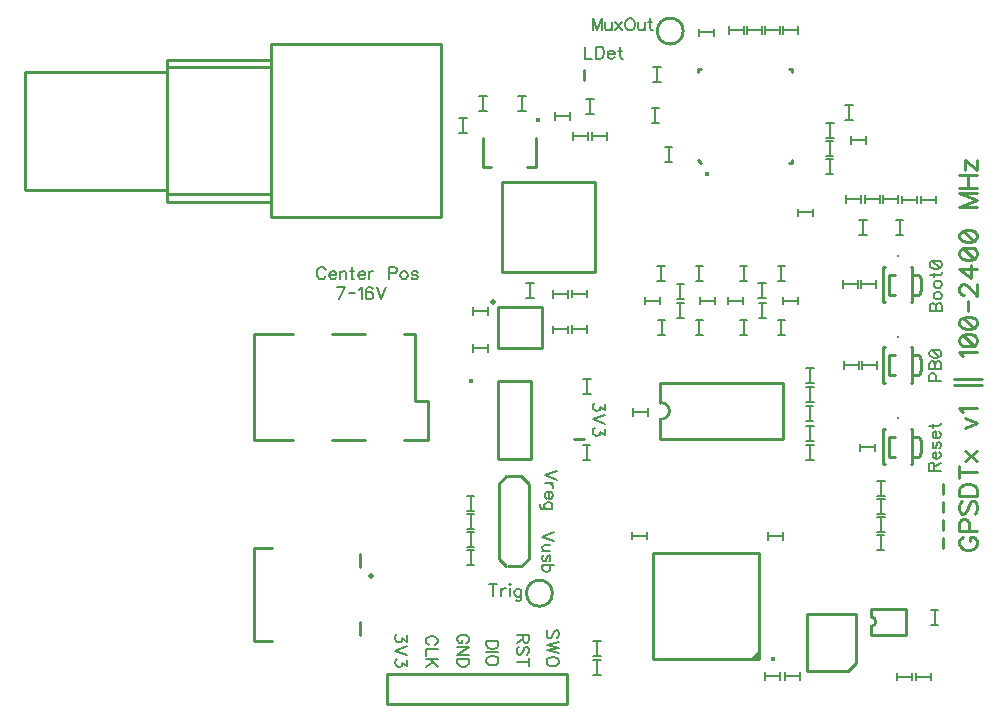
<source format=gto>
G04 DipTrace 3.0.0.2*
G04 SDR_Transmitter.GTO*
%MOIN*%
G04 #@! TF.FileFunction,Legend,Top*
G04 #@! TF.Part,Single*
%ADD10C,0.009843*%
%ADD15C,0.011811*%
%ADD17C,0.008*%
%ADD26C,0.019701*%
%ADD41C,0.018742*%
%ADD44C,0.015713*%
%ADD46C,0.015431*%
%ADD49C,0.015749*%
%ADD53C,0.015401*%
%ADD120C,0.006176*%
%ADD121C,0.009264*%
%FSLAX26Y26*%
G04*
G70*
G90*
G75*
G01*
G04 TopSilk*
%LPD*%
X867013Y1386999D2*
D17*
X842016D1*
X867013Y1437001D2*
X842016D1*
X854504Y1386999D2*
Y1437001D1*
X664999Y1331995D2*
Y1356992D1*
X715001Y1331995D2*
Y1356992D1*
X664999Y1344504D2*
X715001D1*
X1043001Y1415013D2*
Y1390016D1*
X992999Y1415013D2*
Y1390016D1*
X1043001Y1402504D2*
X992999D1*
X1774987Y1091001D2*
X1799984D1*
X1774987Y1040999D2*
X1799984D1*
X1787496Y1091001D2*
Y1040999D1*
X1247001Y1021013D2*
Y996016D1*
X1196999Y1021013D2*
Y996016D1*
X1247001Y1008504D2*
X1196999D1*
X1774987Y963001D2*
X1799984D1*
X1774987Y912999D2*
X1799984D1*
X1787496Y963001D2*
Y912999D1*
X1774987Y1155001D2*
X1799984D1*
X1774987Y1104999D2*
X1799984D1*
X1787496Y1155001D2*
Y1104999D1*
X669013Y678999D2*
X644016D1*
X669013Y729001D2*
X644016D1*
X656504Y678999D2*
Y729001D1*
X669013Y618999D2*
X644016D1*
X669013Y669001D2*
X644016D1*
X656504Y618999D2*
Y669001D1*
X668997Y559254D2*
X644000D1*
X668997Y609255D2*
X644000D1*
X656488Y559254D2*
Y609255D1*
X669013Y498999D2*
X644016D1*
X669013Y549001D2*
X644016D1*
X656504Y498999D2*
Y549001D1*
X1774987Y899001D2*
X1799984D1*
X1774987Y848999D2*
X1799984D1*
X1787496Y899001D2*
Y848999D1*
X1091013Y130999D2*
X1066016D1*
X1091013Y181001D2*
X1066016D1*
X1078504Y130999D2*
Y181001D1*
X1753001Y141013D2*
Y116016D1*
X1702999Y141013D2*
Y116016D1*
X1753001Y128504D2*
X1702999D1*
X1689001Y141011D2*
Y116014D1*
X1638999Y141011D2*
Y116014D1*
X1689001Y128503D2*
X1638999D1*
X1646999Y582989D2*
Y607986D1*
X1697001Y582989D2*
Y607986D1*
X1646999Y595497D2*
X1697001D1*
X2190987Y349001D2*
X2215984D1*
X2190987Y298999D2*
X2215984D1*
X2203496Y349001D2*
Y298999D1*
X2008505Y1447509D2*
Y1422512D1*
X1958503Y1447509D2*
Y1422512D1*
X2008505Y1435000D2*
X1958503D1*
X2003001Y903013D2*
Y878016D1*
X1952999Y903013D2*
Y878016D1*
X2003001Y890504D2*
X1952999D1*
X2010001Y1152995D2*
Y1177992D1*
X1959999Y1152995D2*
Y1177992D1*
X2010001Y1165504D2*
X1959999D1*
X1243001Y609011D2*
Y584014D1*
X1192999Y609011D2*
Y584014D1*
X1243001Y596503D2*
X1192999D1*
X1091011Y194999D2*
X1066014D1*
X1091011Y245001D2*
X1066014D1*
X1078503Y194999D2*
Y245001D1*
X1696999Y2268956D2*
Y2293953D1*
X1747001Y2268956D2*
Y2293953D1*
X1696999Y2281465D2*
X1747001D1*
X1840987Y1911001D2*
X1865984D1*
X1840987Y1860999D2*
X1865984D1*
X1853496Y1911001D2*
Y1860999D1*
X1959001Y1731013D2*
Y1706016D1*
X1908999Y1731013D2*
Y1706016D1*
X1959001Y1718504D2*
X1908999D1*
X2099013Y1598999D2*
X2074016D1*
X2099013Y1649001D2*
X2074016D1*
X2086504Y1598999D2*
Y1649001D1*
X1030987Y897001D2*
X1055984D1*
X1030987Y846999D2*
X1055984D1*
X1043496Y897001D2*
Y846999D1*
X2207001Y1729013D2*
Y1704016D1*
X2156999Y1729013D2*
Y1704016D1*
X2207001Y1716504D2*
X2156999D1*
X2021001Y1731013D2*
Y1706016D1*
X1970999Y1731013D2*
Y1706016D1*
X2021001Y1718504D2*
X1970999D1*
X1840987Y1851001D2*
X1865984D1*
X1840987Y1800999D2*
X1865984D1*
X1853496Y1851001D2*
Y1800999D1*
X1418999Y2260956D2*
Y2285953D1*
X1469001Y2260956D2*
Y2285953D1*
X1418999Y2273465D2*
X1469001D1*
X1329044Y1840999D2*
X1304047D1*
X1329044Y1891001D2*
X1304047D1*
X1316535Y1840999D2*
Y1891001D1*
X1343090Y1372969D2*
X1368087D1*
X1343090Y1322968D2*
X1368087D1*
X1355598Y1372969D2*
Y1322968D1*
X1342987Y1435001D2*
X1367984D1*
X1342987Y1384999D2*
X1367984D1*
X1355496Y1435001D2*
Y1384999D1*
X1931013Y2033001D2*
X1906016D1*
X1931013Y1982999D2*
X1906016D1*
X1918504Y2033001D2*
Y1982999D1*
X1867013Y1971001D2*
X1842016D1*
X1867013Y1920999D2*
X1842016D1*
X1854504Y1971001D2*
Y1920999D1*
X815558Y2060816D2*
X840555D1*
X815558Y2010814D2*
X840555D1*
X828067Y2060816D2*
Y2010814D1*
X1285013Y1972999D2*
X1260016D1*
X1285013Y2023001D2*
X1260016D1*
X1272504Y1972999D2*
Y2023001D1*
X987001Y1981696D2*
Y2006693D1*
X936999Y1981696D2*
Y2006693D1*
X987001Y1994205D2*
X936999D1*
X643646Y1936814D2*
X618650D1*
X643646Y1986816D2*
X618650D1*
X631138Y1936814D2*
Y1986816D1*
X1636999Y2268956D2*
Y2293953D1*
X1687001Y2268956D2*
Y2293953D1*
X1636999Y2281465D2*
X1687001D1*
X1576999Y2268956D2*
Y2293953D1*
X1627001Y2268956D2*
Y2293953D1*
X1576999Y2281465D2*
X1627001D1*
X1516999Y2268956D2*
Y2293953D1*
X1567001Y2268956D2*
Y2293953D1*
X1516999Y2281465D2*
X1567001D1*
X1642044Y1322999D2*
X1617047D1*
X1642044Y1373001D2*
X1617047D1*
X1629535Y1322999D2*
Y1373001D1*
X1641013Y1386999D2*
X1616016D1*
X1641013Y1437001D2*
X1616016D1*
X1628504Y1386999D2*
Y1437001D1*
X2231465Y587748D2*
D10*
Y556252D1*
Y647748D2*
Y616252D1*
Y707748D2*
Y676252D1*
Y767748D2*
Y736252D1*
X1033748Y918535D2*
X1002252D1*
X1034535Y2116252D2*
Y2147748D1*
X842693Y404000D2*
G02X842693Y404000I43307J0D01*
G01*
X-65819Y553543D2*
Y246457D1*
X288512Y535835D2*
Y490539D1*
Y309461D2*
Y264165D1*
D26*
X323937Y462978D3*
X-65819Y553543D2*
D10*
X-6757D1*
X-65819Y246457D2*
X-6757D1*
X472534Y1269172D2*
Y1044732D1*
Y1269172D2*
X435126D1*
X515827Y914828D2*
X435126D1*
X305189Y1269172D2*
X194946D1*
X305189Y914828D2*
X194946D1*
X65068Y1269172D2*
X-66850D1*
Y914828D1*
X-62888D2*
X65068D1*
X472534Y1044732D2*
X515827D1*
Y914828D1*
X820000Y494000D2*
X780000D1*
X820000Y794000D2*
X780000D1*
X750000Y518900D2*
Y769100D1*
X850000Y518900D2*
Y769100D1*
X825000Y494000D2*
X850000Y518900D1*
X775000Y494000D2*
X750000Y518900D1*
Y769100D2*
X775000Y794000D1*
X850000Y769100D2*
X825000Y794000D1*
X378000Y34000D2*
X978000D1*
X378000Y134000D2*
X978000D1*
X378000Y34000D2*
Y134000D1*
X978000Y34000D2*
Y134000D1*
X-9993Y1657000D2*
X557859D1*
Y2234583D1*
X-9993D1*
Y1657000D1*
X-827145Y1749124D2*
X-354997D1*
Y2142863D1*
X-827145D1*
Y1749124D1*
X-351812Y1733992D2*
X-9993D1*
X-354859Y1709791D2*
X-9993D1*
Y2182196D1*
X-354859D1*
Y1709791D1*
X-351812Y2157995D2*
X-9993D1*
X1072770Y1774000D2*
X760270D1*
Y1474000D1*
X1072770D1*
Y1774000D1*
X1289000Y1366998D2*
D17*
Y1391994D1*
X1239000Y1366998D2*
Y1391994D1*
Y1379496D2*
X1289000D1*
X1471000Y1366998D2*
Y1391994D1*
X1421000Y1366998D2*
Y1391994D1*
Y1379496D2*
X1471000D1*
X1747000Y1366998D2*
Y1391994D1*
X1697000Y1366998D2*
Y1391994D1*
Y1379496D2*
X1747000D1*
X1563000Y1366998D2*
Y1391994D1*
X1513000Y1366998D2*
Y1391994D1*
Y1379496D2*
X1563000D1*
X1278693Y2278000D2*
D10*
G02X1278693Y2278000I43307J0D01*
G01*
X715000Y1208966D2*
D17*
Y1233963D1*
X665000Y1208966D2*
Y1233963D1*
Y1221465D2*
X715000D1*
X931000Y1413994D2*
Y1388998D1*
X981000Y1413994D2*
Y1388998D1*
Y1401496D2*
X931000D1*
Y1295994D2*
Y1270998D1*
X981000Y1295994D2*
Y1270998D1*
Y1283496D2*
X931000D1*
X993000Y1297002D2*
Y1272006D1*
X1043000Y1297002D2*
Y1272006D1*
Y1284504D2*
X993000D1*
X1799002Y1027000D2*
X1774006D1*
X1799002Y977000D2*
X1774006D1*
X1786504D2*
Y1027000D1*
X2140496Y138498D2*
Y113502D1*
X2190496Y138498D2*
Y113502D1*
Y126000D2*
X2140496D1*
X2077000Y139002D2*
Y114006D1*
X2127000Y139002D2*
Y114006D1*
Y126504D2*
X2077000D1*
X1948504Y1422502D2*
Y1447498D1*
X1898504Y1422502D2*
Y1447498D1*
Y1435000D2*
X1948504D1*
X2035963Y597000D2*
X2010966D1*
X2035963Y547000D2*
X2010966D1*
X2023465D2*
Y597000D1*
X2037002Y657000D2*
X2012006D1*
X2037002Y607000D2*
X2012006D1*
X2024504D2*
Y657000D1*
X2037034Y717000D2*
X2012037D1*
X2037034Y667000D2*
X2012037D1*
X2024535D2*
Y717000D1*
X2037034Y777000D2*
X2012037D1*
X2037034Y727000D2*
X2012037D1*
X2024535D2*
Y777000D1*
X1950000Y1178002D2*
Y1153006D1*
X1900000Y1178002D2*
Y1153006D1*
Y1165504D2*
X1950000D1*
X2095000Y1729002D2*
Y1704006D1*
X2145000Y1729002D2*
Y1704006D1*
Y1716504D2*
X2095000D1*
X2081000Y1704998D2*
Y1729994D1*
X2031000Y1704998D2*
Y1729994D1*
Y1717496D2*
X2081000D1*
X1057002Y1119000D2*
X1032006D1*
X1057002Y1069000D2*
X1032006D1*
X1044504D2*
Y1119000D1*
X1977002Y1649000D2*
X1952006D1*
X1977002Y1599000D2*
X1952006D1*
X1964504D2*
Y1649000D1*
X1280998Y1265000D2*
X1305994D1*
X1280998Y1315000D2*
X1305994D1*
X1293496D2*
Y1265000D1*
X1278998Y1445000D2*
X1303994D1*
X1278998Y1495000D2*
X1303994D1*
X1291496D2*
Y1445000D1*
X1406998Y1265000D2*
X1431994D1*
X1406998Y1315000D2*
X1431994D1*
X1419496D2*
Y1265000D1*
X1406998Y1445000D2*
X1431994D1*
X1406998Y1495000D2*
X1431994D1*
X1419496D2*
Y1445000D1*
X1923000Y1902998D2*
Y1927994D1*
X1973000Y1902998D2*
Y1927994D1*
Y1915496D2*
X1923000D1*
X685569Y2010815D2*
X710565D1*
X685569Y2060815D2*
X710565D1*
X698067D2*
Y2010815D1*
X1291002Y2159000D2*
X1266006D1*
X1291002Y2109000D2*
X1266006D1*
X1278504D2*
Y2159000D1*
X1067034Y2001740D2*
X1042037D1*
X1067034Y2051740D2*
X1042037D1*
X1054535D2*
Y2001740D1*
X1705231Y1315000D2*
X1680234D1*
X1705231Y1265000D2*
X1680234D1*
X1692732D2*
Y1315000D1*
X1705002Y1495000D2*
X1680006D1*
X1705002Y1445000D2*
X1680006D1*
X1692504D2*
Y1495000D1*
X1061000Y1915738D2*
Y1940735D1*
X1111000Y1915738D2*
Y1940735D1*
Y1928236D2*
X1061000D1*
X999000Y1915738D2*
Y1940735D1*
X1049000Y1915738D2*
Y1940735D1*
Y1928236D2*
X999000D1*
X1797000Y1660998D2*
Y1685994D1*
X1747000Y1660998D2*
Y1685994D1*
Y1673496D2*
X1797000D1*
X1579231Y1315000D2*
X1554234D1*
X1579231Y1265000D2*
X1554234D1*
X1566732D2*
Y1315000D1*
X1579002Y1495000D2*
X1554006D1*
X1579002Y1445000D2*
X1554006D1*
X1566504D2*
Y1495000D1*
X2050467Y1198539D2*
D10*
Y1131613D1*
X2030787Y1224156D2*
Y1106033D1*
X2129209Y1224156D2*
Y1106033D1*
X2050467Y1131613D2*
X2070158D1*
X2050467Y1198539D2*
X2070158D1*
X2030787Y1106033D2*
X2036699D1*
X2030787Y1224156D2*
X2036699D1*
X2129209Y1106033D2*
X2123310D1*
X2129209Y1224156D2*
X2123310D1*
X2129209Y1198539D2*
X2150871D1*
X2158740Y1182792D1*
Y1147379D1*
X2129209Y1131613D2*
X2150871D1*
X2158740Y1147379D1*
D15*
X2080004Y1259596D3*
X2050467Y1466539D2*
D10*
Y1399613D1*
X2030787Y1492156D2*
Y1374033D1*
X2129209Y1492156D2*
Y1374033D1*
X2050467Y1399613D2*
X2070158D1*
X2050467Y1466539D2*
X2070158D1*
X2030787Y1374033D2*
X2036699D1*
X2030787Y1492156D2*
X2036699D1*
X2129209Y1374033D2*
X2123310D1*
X2129209Y1492156D2*
X2123310D1*
X2129209Y1466539D2*
X2150871D1*
X2158740Y1450792D1*
Y1415379D1*
X2129209Y1399613D2*
X2150871D1*
X2158740Y1415379D1*
D15*
X2080004Y1527596D3*
X2050467Y926539D2*
D10*
Y859613D1*
X2030787Y952156D2*
Y834033D1*
X2129209Y952156D2*
Y834033D1*
X2050467Y859613D2*
X2070158D1*
X2050467Y926539D2*
X2070158D1*
X2030787Y834033D2*
X2036699D1*
X2030787Y952156D2*
X2036699D1*
X2129209Y834033D2*
X2123310D1*
X2129209Y952156D2*
X2123310D1*
X2129209Y926539D2*
X2150871D1*
X2158740Y910792D1*
Y875379D1*
X2129209Y859613D2*
X2150871D1*
X2158740Y875379D1*
D15*
X2080004Y987596D3*
X746295Y1359356D2*
D10*
X896287D1*
Y1221848D1*
X746295D1*
Y1359356D1*
D41*
X730659Y1374972D3*
X1287614Y917234D2*
D10*
X1697063D1*
X1287614Y1106238D2*
X1697063D1*
Y917234D2*
Y1106238D1*
X1287614Y917234D2*
Y984169D1*
Y1039304D2*
Y1106238D1*
Y984169D2*
G03X1287614Y1039304I3711J27568D01*
G01*
X1618780Y184449D2*
X1264402D1*
Y538827D1*
X1618780D1*
Y184449D1*
G36*
D2*
Y215976D1*
X1587252Y184449D1*
X1618780D1*
G37*
D44*
X1665994Y186419D3*
X1991457Y266151D2*
D10*
X2109574D1*
Y352786D2*
X1991457D1*
X2109574D2*
Y266151D1*
X1991457D2*
Y293713D1*
Y325224D2*
Y352786D1*
Y293713D2*
G03X1991457Y325224I-11J15756D01*
G01*
D46*
X657806Y1110329D3*
X747055Y1111369D2*
D10*
Y851539D1*
X857291Y1111369D2*
Y851539D1*
X747055D2*
X857291D1*
X747055Y1111369D2*
X857291D1*
X1719580Y1838000D2*
X1729441D1*
Y1847850D1*
X1414460Y2152962D2*
Y2143111D1*
Y2152962D2*
X1424320D1*
X1729441D2*
X1719580D1*
X1729441D2*
Y2143111D1*
X1424320Y1838000D2*
X1414460Y1847850D1*
D49*
X1444006Y1801586D3*
X873528Y1922617D2*
D10*
Y1824211D1*
X843988D1*
X725903D2*
X696362D1*
Y1922617D1*
D53*
X882625Y1981247D3*
X1777514Y145990D2*
D10*
Y333490D1*
X1927518D1*
X1940014D1*
Y170984D1*
X1915021Y145990D1*
X1777514D1*
X936049Y608093D2*
D120*
X895856Y592795D1*
X936048Y577496D1*
X922651Y565145D2*
X903506D1*
X897802Y563243D1*
X895856Y559397D1*
Y553649D1*
X897802Y549846D1*
X903506Y544098D1*
X922651D2*
X895856D1*
X916903Y510700D2*
X920750Y512601D1*
X922651Y518349D1*
Y524097D1*
X920750Y529845D1*
X916903Y531747D1*
X913101Y529845D1*
X911155Y525999D1*
X909254Y516448D1*
X907353Y512601D1*
X903506Y510700D1*
X901605D1*
X897802Y512601D1*
X895857Y518349D1*
Y524097D1*
X897802Y529845D1*
X901605Y531747D1*
X936048Y498349D2*
X895857D1*
X916903D2*
X920750Y494502D1*
X922651Y490699D1*
Y484951D1*
X920750Y481149D1*
X916903Y477302D1*
X911155Y475401D1*
X907353D1*
X901605Y477302D1*
X897802Y481149D1*
X895857Y484951D1*
Y490699D1*
X897802Y494502D1*
X901605Y498349D1*
X944178Y813232D2*
X903986Y797934D1*
X944178Y782635D1*
X930781Y770284D2*
X903986D1*
X919285D2*
X925033Y768338D1*
X928880Y764536D1*
X930781Y760689D1*
Y754941D1*
X919285Y742590D2*
Y719642D1*
X923132D1*
X926979Y721543D1*
X928880Y723444D1*
X930781Y727291D1*
Y733039D1*
X928880Y736841D1*
X925033Y740688D1*
X919285Y742590D1*
X915482D1*
X909734Y740688D1*
X905932Y736841D1*
X903986Y733039D1*
Y727291D1*
X905932Y723444D1*
X909734Y719642D1*
X928880Y684342D2*
X898238D1*
X892535Y686244D1*
X890589Y688145D1*
X888688Y691992D1*
Y697740D1*
X890589Y701542D1*
X923132Y684342D2*
X926934Y688145D1*
X928880Y691992D1*
Y697740D1*
X926934Y701542D1*
X923132Y705389D1*
X917384Y707290D1*
X913537D1*
X907833Y705389D1*
X903986Y701542D1*
X902085Y697740D1*
Y691992D1*
X903986Y688145D1*
X907833Y684342D1*
X2202582Y812854D2*
Y830054D1*
X2200637Y835802D1*
X2198736Y837748D1*
X2194933Y839649D1*
X2191086D1*
X2187284Y837748D1*
X2185338Y835802D1*
X2183437Y830054D1*
Y812854D1*
X2223629D1*
X2202582Y826252D2*
X2223629Y839649D1*
X2208330Y852000D2*
Y874948D1*
X2204484D1*
X2200637Y873047D1*
X2198736Y871146D1*
X2196834Y867299D1*
Y861551D1*
X2198736Y857748D1*
X2202582Y853902D1*
X2208330Y852000D1*
X2212133D1*
X2217881Y853902D1*
X2221684Y857748D1*
X2223629Y861551D1*
Y867299D1*
X2221684Y871146D1*
X2217881Y874948D1*
X2202582Y908346D2*
X2198736Y906445D1*
X2196834Y900697D1*
Y894949D1*
X2198736Y889201D1*
X2202582Y887300D1*
X2206385Y889201D1*
X2208330Y893048D1*
X2210232Y902598D1*
X2212133Y906445D1*
X2215980Y908346D1*
X2217881D1*
X2221684Y906445D1*
X2223629Y900697D1*
Y894949D1*
X2221684Y889201D1*
X2217881Y887300D1*
X2208330Y920698D2*
Y943646D1*
X2204484D1*
X2200637Y941744D1*
X2198736Y939843D1*
X2196834Y935996D1*
Y930248D1*
X2198736Y926446D1*
X2202582Y922599D1*
X2208330Y920698D1*
X2212133D1*
X2217881Y922599D1*
X2221684Y926446D1*
X2223629Y930248D1*
Y935996D1*
X2221684Y939843D1*
X2217881Y943646D1*
X2183437Y961745D2*
X2215980D1*
X2221684Y963646D1*
X2223629Y967493D1*
Y971296D1*
X2196834Y955997D2*
Y969394D1*
X2187437Y1344854D2*
X2227629D1*
Y1362098D1*
X2225684Y1367846D1*
X2223782Y1369748D1*
X2219980Y1371649D1*
X2214232D1*
X2210385Y1369748D1*
X2208484Y1367846D1*
X2206582Y1362098D1*
X2204637Y1367846D1*
X2202736Y1369748D1*
X2198933Y1371649D1*
X2195086D1*
X2191284Y1369748D1*
X2189338Y1367846D1*
X2187437Y1362098D1*
Y1344854D1*
X2206582D2*
Y1362098D1*
X2200834Y1393551D2*
X2202736Y1389748D1*
X2206582Y1385902D1*
X2212330Y1384000D1*
X2216133D1*
X2221881Y1385902D1*
X2225684Y1389748D1*
X2227629Y1393551D1*
Y1399299D1*
X2225684Y1403146D1*
X2221881Y1406948D1*
X2216133Y1408894D1*
X2212330D1*
X2206582Y1406948D1*
X2202736Y1403146D1*
X2200834Y1399299D1*
Y1393551D1*
Y1430796D2*
X2202736Y1426993D1*
X2206582Y1423146D1*
X2212330Y1421245D1*
X2216133D1*
X2221881Y1423146D1*
X2225684Y1426993D1*
X2227629Y1430796D1*
Y1436544D1*
X2225684Y1440390D1*
X2221881Y1444193D1*
X2216133Y1446139D1*
X2212330D1*
X2206582Y1444193D1*
X2202736Y1440391D1*
X2200834Y1436544D1*
Y1430796D1*
X2187437Y1464238D2*
X2219980D1*
X2225684Y1466139D1*
X2227629Y1469986D1*
Y1473789D1*
X2200834Y1458490D2*
Y1471887D1*
X2187481Y1497636D2*
X2189383Y1491888D1*
X2195131Y1488041D1*
X2204681Y1486140D1*
X2210429D1*
X2219980Y1488041D1*
X2225728Y1491888D1*
X2227629Y1497636D1*
Y1501439D1*
X2225728Y1507187D1*
X2219980Y1510989D1*
X2210429Y1512935D1*
X2204681D1*
X2195131Y1510989D1*
X2189383Y1507187D1*
X2187481Y1501439D1*
Y1497636D1*
X2195131Y1510989D2*
X2219980Y1488041D1*
X2206484Y1110854D2*
Y1128098D1*
X2204582Y1133802D1*
X2202637Y1135748D1*
X2198834Y1137649D1*
X2193086D1*
X2189284Y1135748D1*
X2187338Y1133802D1*
X2185437Y1128098D1*
Y1110854D1*
X2225629D1*
X2185437Y1150000D2*
X2225629D1*
Y1167244D1*
X2223684Y1172992D1*
X2221782Y1174894D1*
X2217980Y1176795D1*
X2212232D1*
X2208385Y1174894D1*
X2206484Y1172992D1*
X2204582Y1167244D1*
X2202637Y1172992D1*
X2200736Y1174894D1*
X2196933Y1176795D1*
X2193086D1*
X2189284Y1174894D1*
X2187338Y1172993D1*
X2185437Y1167244D1*
Y1150000D1*
X2204582D2*
Y1167244D1*
X2185481Y1200642D2*
X2187383Y1194894D1*
X2193131Y1191048D1*
X2202681Y1189146D1*
X2208429D1*
X2217980Y1191048D1*
X2223728Y1194894D1*
X2225629Y1200642D1*
Y1204445D1*
X2223728Y1210193D1*
X2217980Y1213996D1*
X2208429Y1215941D1*
X2202681D1*
X2193131Y1213996D1*
X2187383Y1210193D1*
X2185481Y1204445D1*
Y1200642D1*
X2193131Y1213996D2*
X2217980Y1191048D1*
X444657Y263645D2*
X444656Y242643D1*
X429358Y254095D1*
Y248347D1*
X427457Y244544D1*
X425555Y242643D1*
X419807Y240697D1*
X416005D1*
X410257Y242643D1*
X406410Y246446D1*
X404509Y252194D1*
Y257942D1*
X406410Y263645D1*
X408356Y265547D1*
X412158Y267492D1*
X444701Y228346D2*
X404509Y213048D1*
X444701Y197749D1*
X444656Y181551D2*
Y160548D1*
X429358Y172000D1*
Y166252D1*
X427457Y162450D1*
X425555Y160548D1*
X419807Y158603D1*
X416005D1*
X410257Y160548D1*
X406410Y164351D1*
X404509Y170099D1*
Y175847D1*
X406410Y181551D1*
X408355Y183452D1*
X412158Y185398D1*
X642200Y237846D2*
X646003Y239747D1*
X649849Y243594D1*
X651751Y247397D1*
Y255046D1*
X649849Y258893D1*
X646003Y262695D1*
X642200Y264641D1*
X636452Y266542D1*
X626857D1*
X621153Y264641D1*
X617307Y262695D1*
X613504Y258893D1*
X611559Y255046D1*
Y247397D1*
X613504Y243594D1*
X617307Y239747D1*
X621153Y237846D1*
X626857D1*
Y247397D1*
X651751Y198700D2*
X611559D1*
X651751Y225495D1*
X611559D1*
X651751Y186349D2*
X611559D1*
Y172951D1*
X613504Y167203D1*
X617307Y163357D1*
X621153Y161455D1*
X626857Y159554D1*
X636452D1*
X642200Y161455D1*
X646003Y163357D1*
X649849Y167203D1*
X651751Y172951D1*
Y186349D1*
X538276Y231922D2*
X542079Y233823D1*
X545925Y237670D1*
X547827Y241473D1*
Y249122D1*
X545925Y252969D1*
X542079Y256771D1*
X538276Y258717D1*
X532528Y260618D1*
X522933D1*
X517230Y258717D1*
X513383Y256771D1*
X509580Y252969D1*
X507635Y249122D1*
Y241473D1*
X509580Y237670D1*
X513383Y233823D1*
X517229Y231922D1*
X547827Y219571D2*
X507635D1*
Y196623D1*
X547827Y184271D2*
X507635Y184272D1*
X547827Y157477D2*
X521032Y184272D1*
X530627Y174721D2*
X507635Y157477D1*
X944701Y254445D2*
X948547Y258248D1*
X950449Y263996D1*
Y271645D1*
X948548Y277393D1*
X944701Y281240D1*
X940898D1*
X937051Y279295D1*
X935150Y277393D1*
X933249Y273591D1*
X929402Y262095D1*
X927501Y258248D1*
X925555Y256347D1*
X921753Y254445D1*
X916005Y254446D1*
X912202Y258248D1*
X910257Y263996D1*
Y271645D1*
X912202Y277393D1*
X916005Y281240D1*
X950449Y242094D2*
X910257Y232499D1*
X950449Y222949D1*
X910257Y213398D1*
X950449Y203803D1*
Y179956D2*
X948547Y183803D1*
X944701Y187605D1*
X940898Y189551D1*
X935150Y191452D1*
X925555D1*
X919852Y189551D1*
X916005Y187605D1*
X912202Y183803D1*
X910257Y179956D1*
Y172307D1*
X912202Y168504D1*
X916005Y164657D1*
X919852Y162756D1*
X925555Y160855D1*
X935150D1*
X940898Y162756D1*
X944701Y164657D1*
X948547Y168504D1*
X950449Y172307D1*
Y179956D1*
X831654Y265590D2*
Y248391D1*
X833599Y242643D1*
X835501Y240697D1*
X839303Y238796D1*
X843150D1*
X846952Y240697D1*
X848898Y242643D1*
X850799Y248391D1*
Y265590D1*
X810607D1*
X831654Y252193D2*
X810607Y238796D1*
X845051Y199650D2*
X848898Y203452D1*
X850799Y209200D1*
Y216850D1*
X848898Y222598D1*
X845051Y226444D1*
X841249D1*
X837402Y224499D1*
X835501Y222598D1*
X833599Y218795D1*
X829752Y207299D1*
X827851Y203452D1*
X825906Y201551D1*
X822103Y199650D1*
X816355D1*
X812553Y203452D1*
X810607Y209200D1*
Y216850D1*
X812553Y222598D1*
X816355Y226445D1*
X850799Y173901D2*
X810607D1*
X850799Y187298D2*
Y160504D1*
X749303Y246094D2*
X709111D1*
Y232697D1*
X711057Y226949D1*
X714859Y223102D1*
X718706Y221201D1*
X724410Y219300D1*
X734004D1*
X739752Y221201D1*
X743555Y223102D1*
X747402Y226949D1*
X749303Y232697D1*
Y246094D1*
Y206948D2*
X709111D1*
X749303Y183101D2*
X747402Y186948D1*
X743555Y190750D1*
X739752Y192696D1*
X734004Y194597D1*
X724410D1*
X718706Y192696D1*
X714859Y190750D1*
X711057Y186948D1*
X709111Y183101D1*
Y175452D1*
X711057Y171649D1*
X714859Y167802D1*
X718706Y165901D1*
X724410Y164000D1*
X734004D1*
X739752Y165901D1*
X743555Y167802D1*
X747402Y171649D1*
X749303Y175452D1*
Y183101D1*
X219002Y1383960D2*
X238148Y1424108D1*
X211353D1*
X250499Y1404034D2*
X272607D1*
X284958Y1416459D2*
X288805Y1418404D1*
X294553Y1424108D1*
Y1383960D1*
X329852Y1418404D2*
X327951Y1422207D1*
X322203Y1424108D1*
X318400D1*
X312652Y1422207D1*
X308806Y1416459D1*
X306904Y1406908D1*
Y1397358D1*
X308806Y1389708D1*
X312652Y1385861D1*
X318400Y1383960D1*
X320302D1*
X326006Y1385861D1*
X329852Y1389708D1*
X331754Y1395456D1*
Y1397358D1*
X329852Y1403106D1*
X326006Y1406908D1*
X320302Y1408809D1*
X318400D1*
X312652Y1406908D1*
X308806Y1403106D1*
X306904Y1397358D1*
X344105Y1424152D2*
X359404Y1383960D1*
X374702Y1424152D1*
X173049Y1481602D2*
X171148Y1485404D1*
X167301Y1489251D1*
X163498Y1491152D1*
X155849D1*
X152002Y1489251D1*
X148200Y1485404D1*
X146254Y1481602D1*
X144353Y1475854D1*
Y1466259D1*
X146254Y1460555D1*
X148200Y1456708D1*
X152002Y1452906D1*
X155849Y1450960D1*
X163498D1*
X167301Y1452906D1*
X171148Y1456708D1*
X173049Y1460555D1*
X185400Y1466259D2*
X208348D1*
Y1470106D1*
X206447Y1473952D1*
X204546Y1475854D1*
X200699Y1477755D1*
X194951D1*
X191148Y1475854D1*
X187302Y1472007D1*
X185400Y1466259D1*
Y1462456D1*
X187302Y1456708D1*
X191148Y1452906D1*
X194951Y1450960D1*
X200699D1*
X204546Y1452906D1*
X208348Y1456708D1*
X220700Y1477755D2*
Y1450960D1*
Y1470106D2*
X226448Y1475854D1*
X230294Y1477755D1*
X235998D1*
X239845Y1475854D1*
X241746Y1470106D1*
Y1450960D1*
X259846Y1491152D2*
Y1458610D1*
X261747Y1452906D1*
X265594Y1450960D1*
X269396D1*
X254098Y1477755D2*
X267495D1*
X281748Y1466259D2*
X304696D1*
Y1470106D1*
X302794Y1473952D1*
X300893Y1475854D1*
X297046Y1477755D1*
X291298D1*
X287496Y1475854D1*
X283649Y1472007D1*
X281748Y1466259D1*
Y1462456D1*
X283649Y1456708D1*
X287496Y1452906D1*
X291298Y1450960D1*
X297046D1*
X300893Y1452906D1*
X304696Y1456708D1*
X317047Y1477755D2*
Y1450960D1*
Y1466259D2*
X318992Y1472007D1*
X322795Y1475854D1*
X326642Y1477755D1*
X332390D1*
X383622Y1470106D2*
X400866D1*
X406570Y1472007D1*
X408515Y1473952D1*
X410417Y1477755D1*
Y1483503D1*
X408515Y1487305D1*
X406570Y1489251D1*
X400866Y1491152D1*
X383622D1*
Y1450960D1*
X432319Y1477755D2*
X428516Y1475854D1*
X424669Y1472007D1*
X422768Y1466259D1*
Y1462456D1*
X424669Y1456708D1*
X428516Y1452906D1*
X432319Y1450960D1*
X438067D1*
X441913Y1452906D1*
X445716Y1456708D1*
X447661Y1462456D1*
Y1466259D1*
X445716Y1472007D1*
X441913Y1475854D1*
X438067Y1477755D1*
X432319D1*
X481059Y1472007D2*
X479158Y1475854D1*
X473410Y1477755D1*
X467662D1*
X461914Y1475854D1*
X460013Y1472007D1*
X461914Y1468204D1*
X465761Y1466259D1*
X475311Y1464358D1*
X479158Y1462456D1*
X481059Y1458610D1*
Y1456708D1*
X479158Y1452906D1*
X473410Y1450960D1*
X467662D1*
X461914Y1452906D1*
X460013Y1456708D1*
X732594Y434252D2*
Y394060D1*
X719197Y434252D2*
X745991D1*
X758343Y420855D2*
Y394060D1*
Y409359D2*
X760288Y415107D1*
X764091Y418953D1*
X767938Y420855D1*
X773686D1*
X786037Y434252D2*
X787938Y432351D1*
X789884Y434252D1*
X787938Y436197D1*
X786037Y434252D1*
X787938Y420855D2*
Y394060D1*
X825183Y418953D2*
Y388312D1*
X823282Y382608D1*
X821381Y380663D1*
X817534Y378761D1*
X811786D1*
X807983Y380663D1*
X825183Y413205D2*
X821381Y417008D1*
X817534Y418953D1*
X811786D1*
X807983Y417008D1*
X804136Y413205D1*
X802235Y407457D1*
Y403611D1*
X804136Y397907D1*
X807983Y394060D1*
X811786Y392159D1*
X817534D1*
X821381Y394060D1*
X825183Y397907D1*
X1093794Y2280060D2*
Y2320252D1*
X1078495Y2280060D1*
X1063197Y2320252D1*
Y2280060D1*
X1106145Y2306855D2*
Y2287709D1*
X1108047Y2282005D1*
X1111893Y2280060D1*
X1117641D1*
X1121444Y2282005D1*
X1127192Y2287709D1*
Y2306855D2*
Y2280060D1*
X1139543Y2306855D2*
X1160590Y2280060D1*
Y2306855D2*
X1139543Y2280060D1*
X1184438Y2320252D2*
X1180591Y2318351D1*
X1176788Y2314504D1*
X1174843Y2310701D1*
X1172941Y2304953D1*
Y2295359D1*
X1174843Y2289655D1*
X1176788Y2285808D1*
X1180591Y2282005D1*
X1184438Y2280060D1*
X1192087D1*
X1195889Y2282005D1*
X1199736Y2285808D1*
X1201637Y2289655D1*
X1203539Y2295359D1*
Y2304953D1*
X1201637Y2310701D1*
X1199736Y2314504D1*
X1195889Y2318351D1*
X1192087Y2320252D1*
X1184438D1*
X1215890Y2306855D2*
Y2287709D1*
X1217791Y2282005D1*
X1221638Y2280060D1*
X1227386D1*
X1231189Y2282005D1*
X1236937Y2287709D1*
Y2306855D2*
Y2280060D1*
X1255036Y2320252D2*
Y2287709D1*
X1256937Y2282005D1*
X1260784Y2280060D1*
X1264587D1*
X1249288Y2306855D2*
X1262685D1*
X1039197Y2226252D2*
Y2186060D1*
X1062145D1*
X1074496Y2226252D2*
Y2186060D1*
X1087893D1*
X1093641Y2188005D1*
X1097488Y2191808D1*
X1099389Y2195655D1*
X1101291Y2201359D1*
Y2210953D1*
X1099389Y2216701D1*
X1097488Y2220504D1*
X1093641Y2224351D1*
X1087893Y2226252D1*
X1074496D1*
X1113642Y2201359D2*
X1136590D1*
Y2205205D1*
X1134689Y2209052D1*
X1132788Y2210953D1*
X1128941Y2212855D1*
X1123193D1*
X1119390Y2210953D1*
X1115543Y2207107D1*
X1113642Y2201359D1*
Y2197556D1*
X1115543Y2191808D1*
X1119390Y2188005D1*
X1123193Y2186060D1*
X1128941D1*
X1132788Y2188005D1*
X1136590Y2191808D1*
X1154689Y2226252D2*
Y2193709D1*
X1156591Y2188005D1*
X1160438Y2186060D1*
X1164240D1*
X1148941Y2212855D2*
X1162339D1*
X1104180Y1034421D2*
Y1013419D1*
X1088882Y1024870D1*
Y1019122D1*
X1086980Y1015320D1*
X1085079Y1013419D1*
X1079331Y1011473D1*
X1075528D1*
X1069780Y1013419D1*
X1065934Y1017221D1*
X1064032Y1022969D1*
Y1028717D1*
X1065934Y1034421D1*
X1067879Y1036322D1*
X1071682Y1038268D1*
X1104224Y999122D2*
X1064032Y983823D1*
X1104224Y968524D1*
X1104180Y952326D2*
Y931324D1*
X1088882Y942776D1*
Y937028D1*
X1086980Y933225D1*
X1085079Y931324D1*
X1079331Y929378D1*
X1075528D1*
X1069780Y931324D1*
X1065934Y935126D1*
X1064032Y940875D1*
Y946623D1*
X1065934Y952326D1*
X1067879Y954228D1*
X1071682Y956173D1*
X2299582Y592551D2*
D121*
X2293878Y589699D1*
X2288108Y583929D1*
X2285256Y578225D1*
Y566751D1*
X2288108Y560981D1*
X2293878Y555277D1*
X2299582Y552359D1*
X2308204Y549507D1*
X2322596D1*
X2331152Y552359D1*
X2336922Y555277D1*
X2342626Y560981D1*
X2345544Y566751D1*
Y578225D1*
X2342626Y583929D1*
X2336922Y589699D1*
X2331152Y592551D1*
X2322596D1*
Y578225D1*
X2316826Y611078D2*
Y636944D1*
X2313974Y645500D1*
X2311056Y648418D1*
X2305352Y651270D1*
X2296730D1*
X2291026Y648418D1*
X2288108Y645500D1*
X2285256Y636944D1*
Y611078D1*
X2345544D1*
X2293878Y709989D2*
X2288108Y704285D1*
X2285256Y695663D1*
Y684189D1*
X2288108Y675567D1*
X2293878Y669797D1*
X2299582D1*
X2305352Y672715D1*
X2308204Y675567D1*
X2311056Y681271D1*
X2316826Y698515D1*
X2319678Y704285D1*
X2322596Y707137D1*
X2328300Y709989D1*
X2336922D1*
X2342626Y704285D1*
X2345544Y695663D1*
Y684189D1*
X2342626Y675567D1*
X2336922Y669797D1*
X2285256Y728516D2*
X2345544D1*
Y748612D1*
X2342626Y757234D1*
X2336922Y763005D1*
X2331152Y765856D1*
X2322596Y768708D1*
X2308204D1*
X2299582Y765856D1*
X2293878Y763005D1*
X2288108Y757234D1*
X2285256Y748612D1*
Y728516D1*
Y807331D2*
X2345544D1*
X2285256Y787235D2*
Y827427D1*
X2305352Y845955D2*
X2345544Y877524D1*
X2305352D2*
X2345544Y845955D1*
X2305352Y954373D2*
X2345544Y971617D1*
X2305352Y988795D1*
X2296796Y1007322D2*
X2293878Y1013092D1*
X2285322Y1021714D1*
X2345544D1*
X2269537Y1098562D2*
X2361329D1*
X2269537Y1117089D2*
X2361329D1*
X2296796Y1193937D2*
X2293878Y1199708D1*
X2285322Y1208330D1*
X2345544D1*
X2285322Y1244101D2*
X2288174Y1235479D1*
X2296796Y1229709D1*
X2311122Y1226857D1*
X2319744D1*
X2334070Y1229709D1*
X2342692Y1235479D1*
X2345544Y1244101D1*
Y1249805D1*
X2342692Y1258427D1*
X2334070Y1264131D1*
X2319744Y1267049D1*
X2311122D1*
X2296796Y1264131D1*
X2288174Y1258427D1*
X2285322Y1249805D1*
Y1244101D1*
X2296796Y1264131D2*
X2334070Y1229709D1*
X2285322Y1302820D2*
X2288174Y1294198D1*
X2296796Y1288428D1*
X2311122Y1285576D1*
X2319744D1*
X2334070Y1288428D1*
X2342692Y1294198D1*
X2345544Y1302820D1*
Y1308524D1*
X2342692Y1317146D1*
X2334070Y1322850D1*
X2319744Y1325768D1*
X2311122D1*
X2296796Y1322850D1*
X2288174Y1317146D1*
X2285322Y1308524D1*
Y1302820D1*
X2296796Y1322850D2*
X2334070Y1288428D1*
X2315433Y1344295D2*
Y1377457D1*
X2299648Y1398902D2*
X2296796D1*
X2291026Y1401754D1*
X2288174Y1404606D1*
X2285322Y1410376D1*
Y1421850D1*
X2288174Y1427554D1*
X2291026Y1430406D1*
X2296796Y1433324D1*
X2302500D1*
X2308270Y1430406D1*
X2316826Y1424702D1*
X2345544Y1395984D1*
Y1436176D1*
Y1483421D2*
X2285322D1*
X2325448Y1454703D1*
Y1497747D1*
X2285322Y1533518D2*
X2288174Y1524896D1*
X2296796Y1519126D1*
X2311122Y1516274D1*
X2319744D1*
X2334070Y1519126D1*
X2342692Y1524896D1*
X2345544Y1533518D1*
Y1539222D1*
X2342692Y1547844D1*
X2334070Y1553548D1*
X2319744Y1556466D1*
X2311122D1*
X2296796Y1553548D1*
X2288174Y1547844D1*
X2285322Y1539222D1*
Y1533518D1*
X2296796Y1553548D2*
X2334070Y1519126D1*
X2285322Y1592237D2*
X2288174Y1583615D1*
X2296796Y1577845D1*
X2311122Y1574993D1*
X2319744D1*
X2334070Y1577845D1*
X2342692Y1583615D1*
X2345544Y1592237D1*
Y1597941D1*
X2342692Y1606563D1*
X2334070Y1612267D1*
X2319744Y1615185D1*
X2311122D1*
X2296796Y1612267D1*
X2288174Y1606563D1*
X2285322Y1597941D1*
Y1592237D1*
X2296796Y1612267D2*
X2334070Y1577845D1*
X2345544Y1737929D2*
X2285256D1*
X2345544Y1714981D1*
X2285256Y1692033D1*
X2345544D1*
X2285256Y1756456D2*
X2345544D1*
X2285256Y1796648D2*
X2345544D1*
X2313974Y1756456D2*
Y1796648D1*
X2305352Y1815175D2*
Y1846745D1*
X2345544Y1815175D1*
Y1846745D1*
M02*

</source>
